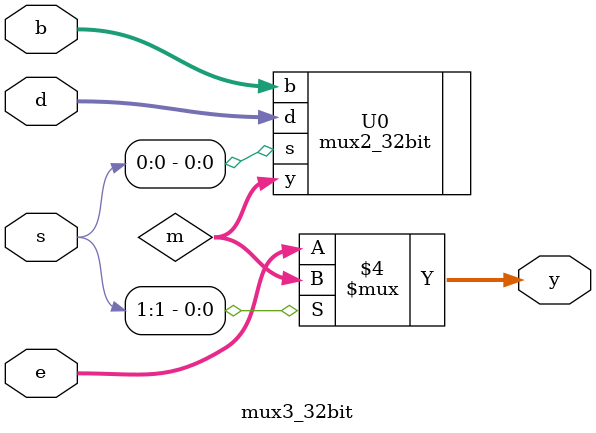
<source format=v>
module mux3_32bit(d,b,e,s, y);//mux3 for 32bits
	input [31:0] d;			//32bits data
	input [31:0] b;			//32bits data
	input [31:0] e;			//32bits data
	input [1:0]s;						//select bit
	output reg [31:0] y;		//output data
	wire [31:0] m;				//wire for mux 2
//mux2_32bit(d,b,s, y);
mux2_32bit U0(.d(d),.b(b),.s(s[0]),.y(m));//first mux
	always @ (s[1],m,e)//second mux exec
		begin
			if(s[1] == 1'b1)	y <= m;		//if s == 1 make output m
			else 	 y <= e;			//output data	e
		end
endmodule 
</source>
